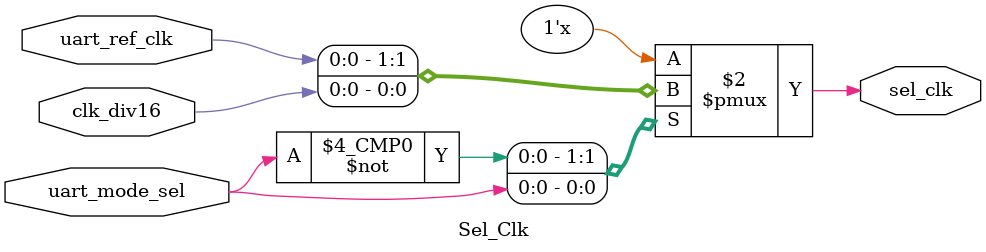
<source format=sv>
module Sel_Clk
(
	input  logic 	uart_ref_clk,
	input  logic 	clk_div16,
	input  logic 	uart_mode_sel,
	
	output logic  	sel_clk
);
	always @(uart_mode_sel, clk_div16, uart_ref_clk) begin
		case(uart_mode_sel)
			1'b0: sel_clk = uart_ref_clk;
			1'b1: sel_clk = clk_div16;
		endcase
	end
endmodule

</source>
